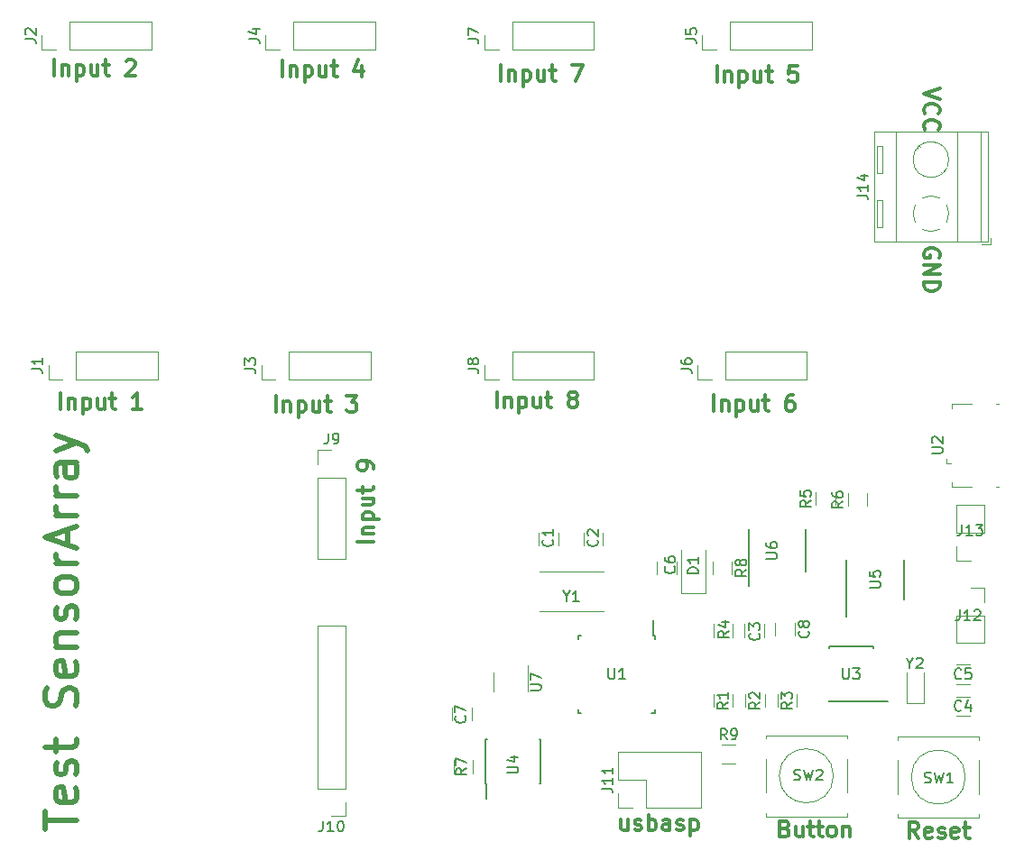
<source format=gbr>
G04 #@! TF.GenerationSoftware,KiCad,Pcbnew,(5.0.1)-4*
G04 #@! TF.CreationDate,2019-10-16T14:09:11+02:00*
G04 #@! TF.ProjectId,Pcb_Sensor_test,5063625F53656E736F725F746573742E,rev?*
G04 #@! TF.SameCoordinates,Original*
G04 #@! TF.FileFunction,Legend,Top*
G04 #@! TF.FilePolarity,Positive*
%FSLAX46Y46*%
G04 Gerber Fmt 4.6, Leading zero omitted, Abs format (unit mm)*
G04 Created by KiCad (PCBNEW (5.0.1)-4) date 16/10/2019 14:09:11*
%MOMM*%
%LPD*%
G01*
G04 APERTURE LIST*
%ADD10C,0.300000*%
%ADD11C,0.500000*%
%ADD12C,0.120000*%
%ADD13C,0.150000*%
G04 APERTURE END LIST*
D10*
X126178571Y-100550000D02*
X124678571Y-100550000D01*
X125178571Y-99835714D02*
X126178571Y-99835714D01*
X125321428Y-99835714D02*
X125250000Y-99764285D01*
X125178571Y-99621428D01*
X125178571Y-99407142D01*
X125250000Y-99264285D01*
X125392857Y-99192857D01*
X126178571Y-99192857D01*
X125178571Y-98478571D02*
X126678571Y-98478571D01*
X125250000Y-98478571D02*
X125178571Y-98335714D01*
X125178571Y-98050000D01*
X125250000Y-97907142D01*
X125321428Y-97835714D01*
X125464285Y-97764285D01*
X125892857Y-97764285D01*
X126035714Y-97835714D01*
X126107142Y-97907142D01*
X126178571Y-98050000D01*
X126178571Y-98335714D01*
X126107142Y-98478571D01*
X125178571Y-96478571D02*
X126178571Y-96478571D01*
X125178571Y-97121428D02*
X125964285Y-97121428D01*
X126107142Y-97050000D01*
X126178571Y-96907142D01*
X126178571Y-96692857D01*
X126107142Y-96550000D01*
X126035714Y-96478571D01*
X125178571Y-95978571D02*
X125178571Y-95407142D01*
X124678571Y-95764285D02*
X125964285Y-95764285D01*
X126107142Y-95692857D01*
X126178571Y-95550000D01*
X126178571Y-95407142D01*
X126178571Y-93692857D02*
X126178571Y-93407142D01*
X126107142Y-93264285D01*
X126035714Y-93192857D01*
X125821428Y-93050000D01*
X125535714Y-92978571D01*
X124964285Y-92978571D01*
X124821428Y-93050000D01*
X124750000Y-93121428D01*
X124678571Y-93264285D01*
X124678571Y-93550000D01*
X124750000Y-93692857D01*
X124821428Y-93764285D01*
X124964285Y-93835714D01*
X125321428Y-93835714D01*
X125464285Y-93764285D01*
X125535714Y-93692857D01*
X125607142Y-93550000D01*
X125607142Y-93264285D01*
X125535714Y-93121428D01*
X125464285Y-93050000D01*
X125321428Y-92978571D01*
X96250000Y-56778571D02*
X96250000Y-55278571D01*
X96964285Y-55778571D02*
X96964285Y-56778571D01*
X96964285Y-55921428D02*
X97035714Y-55850000D01*
X97178571Y-55778571D01*
X97392857Y-55778571D01*
X97535714Y-55850000D01*
X97607142Y-55992857D01*
X97607142Y-56778571D01*
X98321428Y-55778571D02*
X98321428Y-57278571D01*
X98321428Y-55850000D02*
X98464285Y-55778571D01*
X98750000Y-55778571D01*
X98892857Y-55850000D01*
X98964285Y-55921428D01*
X99035714Y-56064285D01*
X99035714Y-56492857D01*
X98964285Y-56635714D01*
X98892857Y-56707142D01*
X98750000Y-56778571D01*
X98464285Y-56778571D01*
X98321428Y-56707142D01*
X100321428Y-55778571D02*
X100321428Y-56778571D01*
X99678571Y-55778571D02*
X99678571Y-56564285D01*
X99750000Y-56707142D01*
X99892857Y-56778571D01*
X100107142Y-56778571D01*
X100250000Y-56707142D01*
X100321428Y-56635714D01*
X100821428Y-55778571D02*
X101392857Y-55778571D01*
X101035714Y-55278571D02*
X101035714Y-56564285D01*
X101107142Y-56707142D01*
X101250000Y-56778571D01*
X101392857Y-56778571D01*
X102964285Y-55421428D02*
X103035714Y-55350000D01*
X103178571Y-55278571D01*
X103535714Y-55278571D01*
X103678571Y-55350000D01*
X103750000Y-55421428D01*
X103821428Y-55564285D01*
X103821428Y-55707142D01*
X103750000Y-55921428D01*
X102892857Y-56778571D01*
X103821428Y-56778571D01*
X96850000Y-88078571D02*
X96850000Y-86578571D01*
X97564285Y-87078571D02*
X97564285Y-88078571D01*
X97564285Y-87221428D02*
X97635714Y-87150000D01*
X97778571Y-87078571D01*
X97992857Y-87078571D01*
X98135714Y-87150000D01*
X98207142Y-87292857D01*
X98207142Y-88078571D01*
X98921428Y-87078571D02*
X98921428Y-88578571D01*
X98921428Y-87150000D02*
X99064285Y-87078571D01*
X99350000Y-87078571D01*
X99492857Y-87150000D01*
X99564285Y-87221428D01*
X99635714Y-87364285D01*
X99635714Y-87792857D01*
X99564285Y-87935714D01*
X99492857Y-88007142D01*
X99350000Y-88078571D01*
X99064285Y-88078571D01*
X98921428Y-88007142D01*
X100921428Y-87078571D02*
X100921428Y-88078571D01*
X100278571Y-87078571D02*
X100278571Y-87864285D01*
X100350000Y-88007142D01*
X100492857Y-88078571D01*
X100707142Y-88078571D01*
X100850000Y-88007142D01*
X100921428Y-87935714D01*
X101421428Y-87078571D02*
X101992857Y-87078571D01*
X101635714Y-86578571D02*
X101635714Y-87864285D01*
X101707142Y-88007142D01*
X101850000Y-88078571D01*
X101992857Y-88078571D01*
X104421428Y-88078571D02*
X103564285Y-88078571D01*
X103992857Y-88078571D02*
X103992857Y-86578571D01*
X103850000Y-86792857D01*
X103707142Y-86935714D01*
X103564285Y-87007142D01*
X117050000Y-88378571D02*
X117050000Y-86878571D01*
X117764285Y-87378571D02*
X117764285Y-88378571D01*
X117764285Y-87521428D02*
X117835714Y-87450000D01*
X117978571Y-87378571D01*
X118192857Y-87378571D01*
X118335714Y-87450000D01*
X118407142Y-87592857D01*
X118407142Y-88378571D01*
X119121428Y-87378571D02*
X119121428Y-88878571D01*
X119121428Y-87450000D02*
X119264285Y-87378571D01*
X119550000Y-87378571D01*
X119692857Y-87450000D01*
X119764285Y-87521428D01*
X119835714Y-87664285D01*
X119835714Y-88092857D01*
X119764285Y-88235714D01*
X119692857Y-88307142D01*
X119550000Y-88378571D01*
X119264285Y-88378571D01*
X119121428Y-88307142D01*
X121121428Y-87378571D02*
X121121428Y-88378571D01*
X120478571Y-87378571D02*
X120478571Y-88164285D01*
X120550000Y-88307142D01*
X120692857Y-88378571D01*
X120907142Y-88378571D01*
X121050000Y-88307142D01*
X121121428Y-88235714D01*
X121621428Y-87378571D02*
X122192857Y-87378571D01*
X121835714Y-86878571D02*
X121835714Y-88164285D01*
X121907142Y-88307142D01*
X122050000Y-88378571D01*
X122192857Y-88378571D01*
X123692857Y-86878571D02*
X124621428Y-86878571D01*
X124121428Y-87450000D01*
X124335714Y-87450000D01*
X124478571Y-87521428D01*
X124550000Y-87592857D01*
X124621428Y-87735714D01*
X124621428Y-88092857D01*
X124550000Y-88235714D01*
X124478571Y-88307142D01*
X124335714Y-88378571D01*
X123907142Y-88378571D01*
X123764285Y-88307142D01*
X123692857Y-88235714D01*
X117650000Y-56878571D02*
X117650000Y-55378571D01*
X118364285Y-55878571D02*
X118364285Y-56878571D01*
X118364285Y-56021428D02*
X118435714Y-55950000D01*
X118578571Y-55878571D01*
X118792857Y-55878571D01*
X118935714Y-55950000D01*
X119007142Y-56092857D01*
X119007142Y-56878571D01*
X119721428Y-55878571D02*
X119721428Y-57378571D01*
X119721428Y-55950000D02*
X119864285Y-55878571D01*
X120150000Y-55878571D01*
X120292857Y-55950000D01*
X120364285Y-56021428D01*
X120435714Y-56164285D01*
X120435714Y-56592857D01*
X120364285Y-56735714D01*
X120292857Y-56807142D01*
X120150000Y-56878571D01*
X119864285Y-56878571D01*
X119721428Y-56807142D01*
X121721428Y-55878571D02*
X121721428Y-56878571D01*
X121078571Y-55878571D02*
X121078571Y-56664285D01*
X121150000Y-56807142D01*
X121292857Y-56878571D01*
X121507142Y-56878571D01*
X121650000Y-56807142D01*
X121721428Y-56735714D01*
X122221428Y-55878571D02*
X122792857Y-55878571D01*
X122435714Y-55378571D02*
X122435714Y-56664285D01*
X122507142Y-56807142D01*
X122650000Y-56878571D01*
X122792857Y-56878571D01*
X125078571Y-55878571D02*
X125078571Y-56878571D01*
X124721428Y-55307142D02*
X124364285Y-56378571D01*
X125292857Y-56378571D01*
X138150000Y-57278571D02*
X138150000Y-55778571D01*
X138864285Y-56278571D02*
X138864285Y-57278571D01*
X138864285Y-56421428D02*
X138935714Y-56350000D01*
X139078571Y-56278571D01*
X139292857Y-56278571D01*
X139435714Y-56350000D01*
X139507142Y-56492857D01*
X139507142Y-57278571D01*
X140221428Y-56278571D02*
X140221428Y-57778571D01*
X140221428Y-56350000D02*
X140364285Y-56278571D01*
X140650000Y-56278571D01*
X140792857Y-56350000D01*
X140864285Y-56421428D01*
X140935714Y-56564285D01*
X140935714Y-56992857D01*
X140864285Y-57135714D01*
X140792857Y-57207142D01*
X140650000Y-57278571D01*
X140364285Y-57278571D01*
X140221428Y-57207142D01*
X142221428Y-56278571D02*
X142221428Y-57278571D01*
X141578571Y-56278571D02*
X141578571Y-57064285D01*
X141650000Y-57207142D01*
X141792857Y-57278571D01*
X142007142Y-57278571D01*
X142150000Y-57207142D01*
X142221428Y-57135714D01*
X142721428Y-56278571D02*
X143292857Y-56278571D01*
X142935714Y-55778571D02*
X142935714Y-57064285D01*
X143007142Y-57207142D01*
X143150000Y-57278571D01*
X143292857Y-57278571D01*
X144792857Y-55778571D02*
X145792857Y-55778571D01*
X145150000Y-57278571D01*
X137750000Y-87978571D02*
X137750000Y-86478571D01*
X138464285Y-86978571D02*
X138464285Y-87978571D01*
X138464285Y-87121428D02*
X138535714Y-87050000D01*
X138678571Y-86978571D01*
X138892857Y-86978571D01*
X139035714Y-87050000D01*
X139107142Y-87192857D01*
X139107142Y-87978571D01*
X139821428Y-86978571D02*
X139821428Y-88478571D01*
X139821428Y-87050000D02*
X139964285Y-86978571D01*
X140250000Y-86978571D01*
X140392857Y-87050000D01*
X140464285Y-87121428D01*
X140535714Y-87264285D01*
X140535714Y-87692857D01*
X140464285Y-87835714D01*
X140392857Y-87907142D01*
X140250000Y-87978571D01*
X139964285Y-87978571D01*
X139821428Y-87907142D01*
X141821428Y-86978571D02*
X141821428Y-87978571D01*
X141178571Y-86978571D02*
X141178571Y-87764285D01*
X141250000Y-87907142D01*
X141392857Y-87978571D01*
X141607142Y-87978571D01*
X141750000Y-87907142D01*
X141821428Y-87835714D01*
X142321428Y-86978571D02*
X142892857Y-86978571D01*
X142535714Y-86478571D02*
X142535714Y-87764285D01*
X142607142Y-87907142D01*
X142750000Y-87978571D01*
X142892857Y-87978571D01*
X144750000Y-87121428D02*
X144607142Y-87050000D01*
X144535714Y-86978571D01*
X144464285Y-86835714D01*
X144464285Y-86764285D01*
X144535714Y-86621428D01*
X144607142Y-86550000D01*
X144750000Y-86478571D01*
X145035714Y-86478571D01*
X145178571Y-86550000D01*
X145250000Y-86621428D01*
X145321428Y-86764285D01*
X145321428Y-86835714D01*
X145250000Y-86978571D01*
X145178571Y-87050000D01*
X145035714Y-87121428D01*
X144750000Y-87121428D01*
X144607142Y-87192857D01*
X144535714Y-87264285D01*
X144464285Y-87407142D01*
X144464285Y-87692857D01*
X144535714Y-87835714D01*
X144607142Y-87907142D01*
X144750000Y-87978571D01*
X145035714Y-87978571D01*
X145178571Y-87907142D01*
X145250000Y-87835714D01*
X145321428Y-87692857D01*
X145321428Y-87407142D01*
X145250000Y-87264285D01*
X145178571Y-87192857D01*
X145035714Y-87121428D01*
X158150000Y-88278571D02*
X158150000Y-86778571D01*
X158864285Y-87278571D02*
X158864285Y-88278571D01*
X158864285Y-87421428D02*
X158935714Y-87350000D01*
X159078571Y-87278571D01*
X159292857Y-87278571D01*
X159435714Y-87350000D01*
X159507142Y-87492857D01*
X159507142Y-88278571D01*
X160221428Y-87278571D02*
X160221428Y-88778571D01*
X160221428Y-87350000D02*
X160364285Y-87278571D01*
X160650000Y-87278571D01*
X160792857Y-87350000D01*
X160864285Y-87421428D01*
X160935714Y-87564285D01*
X160935714Y-87992857D01*
X160864285Y-88135714D01*
X160792857Y-88207142D01*
X160650000Y-88278571D01*
X160364285Y-88278571D01*
X160221428Y-88207142D01*
X162221428Y-87278571D02*
X162221428Y-88278571D01*
X161578571Y-87278571D02*
X161578571Y-88064285D01*
X161650000Y-88207142D01*
X161792857Y-88278571D01*
X162007142Y-88278571D01*
X162150000Y-88207142D01*
X162221428Y-88135714D01*
X162721428Y-87278571D02*
X163292857Y-87278571D01*
X162935714Y-86778571D02*
X162935714Y-88064285D01*
X163007142Y-88207142D01*
X163150000Y-88278571D01*
X163292857Y-88278571D01*
X165578571Y-86778571D02*
X165292857Y-86778571D01*
X165150000Y-86850000D01*
X165078571Y-86921428D01*
X164935714Y-87135714D01*
X164864285Y-87421428D01*
X164864285Y-87992857D01*
X164935714Y-88135714D01*
X165007142Y-88207142D01*
X165150000Y-88278571D01*
X165435714Y-88278571D01*
X165578571Y-88207142D01*
X165650000Y-88135714D01*
X165721428Y-87992857D01*
X165721428Y-87635714D01*
X165650000Y-87492857D01*
X165578571Y-87421428D01*
X165435714Y-87350000D01*
X165150000Y-87350000D01*
X165007142Y-87421428D01*
X164935714Y-87492857D01*
X164864285Y-87635714D01*
X158450000Y-57378571D02*
X158450000Y-55878571D01*
X159164285Y-56378571D02*
X159164285Y-57378571D01*
X159164285Y-56521428D02*
X159235714Y-56450000D01*
X159378571Y-56378571D01*
X159592857Y-56378571D01*
X159735714Y-56450000D01*
X159807142Y-56592857D01*
X159807142Y-57378571D01*
X160521428Y-56378571D02*
X160521428Y-57878571D01*
X160521428Y-56450000D02*
X160664285Y-56378571D01*
X160950000Y-56378571D01*
X161092857Y-56450000D01*
X161164285Y-56521428D01*
X161235714Y-56664285D01*
X161235714Y-57092857D01*
X161164285Y-57235714D01*
X161092857Y-57307142D01*
X160950000Y-57378571D01*
X160664285Y-57378571D01*
X160521428Y-57307142D01*
X162521428Y-56378571D02*
X162521428Y-57378571D01*
X161878571Y-56378571D02*
X161878571Y-57164285D01*
X161950000Y-57307142D01*
X162092857Y-57378571D01*
X162307142Y-57378571D01*
X162450000Y-57307142D01*
X162521428Y-57235714D01*
X163021428Y-56378571D02*
X163592857Y-56378571D01*
X163235714Y-55878571D02*
X163235714Y-57164285D01*
X163307142Y-57307142D01*
X163450000Y-57378571D01*
X163592857Y-57378571D01*
X165950000Y-55878571D02*
X165235714Y-55878571D01*
X165164285Y-56592857D01*
X165235714Y-56521428D01*
X165378571Y-56450000D01*
X165735714Y-56450000D01*
X165878571Y-56521428D01*
X165950000Y-56592857D01*
X166021428Y-56735714D01*
X166021428Y-57092857D01*
X165950000Y-57235714D01*
X165878571Y-57307142D01*
X165735714Y-57378571D01*
X165378571Y-57378571D01*
X165235714Y-57307142D01*
X165164285Y-57235714D01*
X179321428Y-58000000D02*
X177821428Y-58500000D01*
X179321428Y-59000000D01*
X177964285Y-60357142D02*
X177892857Y-60285714D01*
X177821428Y-60071428D01*
X177821428Y-59928571D01*
X177892857Y-59714285D01*
X178035714Y-59571428D01*
X178178571Y-59500000D01*
X178464285Y-59428571D01*
X178678571Y-59428571D01*
X178964285Y-59500000D01*
X179107142Y-59571428D01*
X179250000Y-59714285D01*
X179321428Y-59928571D01*
X179321428Y-60071428D01*
X179250000Y-60285714D01*
X179178571Y-60357142D01*
X177964285Y-61857142D02*
X177892857Y-61785714D01*
X177821428Y-61571428D01*
X177821428Y-61428571D01*
X177892857Y-61214285D01*
X178035714Y-61071428D01*
X178178571Y-61000000D01*
X178464285Y-60928571D01*
X178678571Y-60928571D01*
X178964285Y-61000000D01*
X179107142Y-61071428D01*
X179250000Y-61214285D01*
X179321428Y-61428571D01*
X179321428Y-61571428D01*
X179250000Y-61785714D01*
X179178571Y-61857142D01*
X179250000Y-73857142D02*
X179321428Y-73714285D01*
X179321428Y-73500000D01*
X179250000Y-73285714D01*
X179107142Y-73142857D01*
X178964285Y-73071428D01*
X178678571Y-73000000D01*
X178464285Y-73000000D01*
X178178571Y-73071428D01*
X178035714Y-73142857D01*
X177892857Y-73285714D01*
X177821428Y-73500000D01*
X177821428Y-73642857D01*
X177892857Y-73857142D01*
X177964285Y-73928571D01*
X178464285Y-73928571D01*
X178464285Y-73642857D01*
X177821428Y-74571428D02*
X179321428Y-74571428D01*
X177821428Y-75428571D01*
X179321428Y-75428571D01*
X177821428Y-76142857D02*
X179321428Y-76142857D01*
X179321428Y-76500000D01*
X179250000Y-76714285D01*
X179107142Y-76857142D01*
X178964285Y-76928571D01*
X178678571Y-77000000D01*
X178464285Y-77000000D01*
X178178571Y-76928571D01*
X178035714Y-76857142D01*
X177892857Y-76714285D01*
X177821428Y-76500000D01*
X177821428Y-76142857D01*
X164814285Y-127492857D02*
X165028571Y-127564285D01*
X165100000Y-127635714D01*
X165171428Y-127778571D01*
X165171428Y-127992857D01*
X165100000Y-128135714D01*
X165028571Y-128207142D01*
X164885714Y-128278571D01*
X164314285Y-128278571D01*
X164314285Y-126778571D01*
X164814285Y-126778571D01*
X164957142Y-126850000D01*
X165028571Y-126921428D01*
X165100000Y-127064285D01*
X165100000Y-127207142D01*
X165028571Y-127350000D01*
X164957142Y-127421428D01*
X164814285Y-127492857D01*
X164314285Y-127492857D01*
X166457142Y-127278571D02*
X166457142Y-128278571D01*
X165814285Y-127278571D02*
X165814285Y-128064285D01*
X165885714Y-128207142D01*
X166028571Y-128278571D01*
X166242857Y-128278571D01*
X166385714Y-128207142D01*
X166457142Y-128135714D01*
X166957142Y-127278571D02*
X167528571Y-127278571D01*
X167171428Y-126778571D02*
X167171428Y-128064285D01*
X167242857Y-128207142D01*
X167385714Y-128278571D01*
X167528571Y-128278571D01*
X167814285Y-127278571D02*
X168385714Y-127278571D01*
X168028571Y-126778571D02*
X168028571Y-128064285D01*
X168100000Y-128207142D01*
X168242857Y-128278571D01*
X168385714Y-128278571D01*
X169100000Y-128278571D02*
X168957142Y-128207142D01*
X168885714Y-128135714D01*
X168814285Y-127992857D01*
X168814285Y-127564285D01*
X168885714Y-127421428D01*
X168957142Y-127350000D01*
X169100000Y-127278571D01*
X169314285Y-127278571D01*
X169457142Y-127350000D01*
X169528571Y-127421428D01*
X169600000Y-127564285D01*
X169600000Y-127992857D01*
X169528571Y-128135714D01*
X169457142Y-128207142D01*
X169314285Y-128278571D01*
X169100000Y-128278571D01*
X170242857Y-127278571D02*
X170242857Y-128278571D01*
X170242857Y-127421428D02*
X170314285Y-127350000D01*
X170457142Y-127278571D01*
X170671428Y-127278571D01*
X170814285Y-127350000D01*
X170885714Y-127492857D01*
X170885714Y-128278571D01*
X177342857Y-128378571D02*
X176842857Y-127664285D01*
X176485714Y-128378571D02*
X176485714Y-126878571D01*
X177057142Y-126878571D01*
X177200000Y-126950000D01*
X177271428Y-127021428D01*
X177342857Y-127164285D01*
X177342857Y-127378571D01*
X177271428Y-127521428D01*
X177200000Y-127592857D01*
X177057142Y-127664285D01*
X176485714Y-127664285D01*
X178557142Y-128307142D02*
X178414285Y-128378571D01*
X178128571Y-128378571D01*
X177985714Y-128307142D01*
X177914285Y-128164285D01*
X177914285Y-127592857D01*
X177985714Y-127450000D01*
X178128571Y-127378571D01*
X178414285Y-127378571D01*
X178557142Y-127450000D01*
X178628571Y-127592857D01*
X178628571Y-127735714D01*
X177914285Y-127878571D01*
X179200000Y-128307142D02*
X179342857Y-128378571D01*
X179628571Y-128378571D01*
X179771428Y-128307142D01*
X179842857Y-128164285D01*
X179842857Y-128092857D01*
X179771428Y-127950000D01*
X179628571Y-127878571D01*
X179414285Y-127878571D01*
X179271428Y-127807142D01*
X179200000Y-127664285D01*
X179200000Y-127592857D01*
X179271428Y-127450000D01*
X179414285Y-127378571D01*
X179628571Y-127378571D01*
X179771428Y-127450000D01*
X181057142Y-128307142D02*
X180914285Y-128378571D01*
X180628571Y-128378571D01*
X180485714Y-128307142D01*
X180414285Y-128164285D01*
X180414285Y-127592857D01*
X180485714Y-127450000D01*
X180628571Y-127378571D01*
X180914285Y-127378571D01*
X181057142Y-127450000D01*
X181128571Y-127592857D01*
X181128571Y-127735714D01*
X180414285Y-127878571D01*
X181557142Y-127378571D02*
X182128571Y-127378571D01*
X181771428Y-126878571D02*
X181771428Y-128164285D01*
X181842857Y-128307142D01*
X181985714Y-128378571D01*
X182128571Y-128378571D01*
X150071428Y-126678571D02*
X150071428Y-127678571D01*
X149428571Y-126678571D02*
X149428571Y-127464285D01*
X149500000Y-127607142D01*
X149642857Y-127678571D01*
X149857142Y-127678571D01*
X150000000Y-127607142D01*
X150071428Y-127535714D01*
X150714285Y-127607142D02*
X150857142Y-127678571D01*
X151142857Y-127678571D01*
X151285714Y-127607142D01*
X151357142Y-127464285D01*
X151357142Y-127392857D01*
X151285714Y-127250000D01*
X151142857Y-127178571D01*
X150928571Y-127178571D01*
X150785714Y-127107142D01*
X150714285Y-126964285D01*
X150714285Y-126892857D01*
X150785714Y-126750000D01*
X150928571Y-126678571D01*
X151142857Y-126678571D01*
X151285714Y-126750000D01*
X152000000Y-127678571D02*
X152000000Y-126178571D01*
X152000000Y-126750000D02*
X152142857Y-126678571D01*
X152428571Y-126678571D01*
X152571428Y-126750000D01*
X152642857Y-126821428D01*
X152714285Y-126964285D01*
X152714285Y-127392857D01*
X152642857Y-127535714D01*
X152571428Y-127607142D01*
X152428571Y-127678571D01*
X152142857Y-127678571D01*
X152000000Y-127607142D01*
X154000000Y-127678571D02*
X154000000Y-126892857D01*
X153928571Y-126750000D01*
X153785714Y-126678571D01*
X153500000Y-126678571D01*
X153357142Y-126750000D01*
X154000000Y-127607142D02*
X153857142Y-127678571D01*
X153500000Y-127678571D01*
X153357142Y-127607142D01*
X153285714Y-127464285D01*
X153285714Y-127321428D01*
X153357142Y-127178571D01*
X153500000Y-127107142D01*
X153857142Y-127107142D01*
X154000000Y-127035714D01*
X154642857Y-127607142D02*
X154785714Y-127678571D01*
X155071428Y-127678571D01*
X155214285Y-127607142D01*
X155285714Y-127464285D01*
X155285714Y-127392857D01*
X155214285Y-127250000D01*
X155071428Y-127178571D01*
X154857142Y-127178571D01*
X154714285Y-127107142D01*
X154642857Y-126964285D01*
X154642857Y-126892857D01*
X154714285Y-126750000D01*
X154857142Y-126678571D01*
X155071428Y-126678571D01*
X155214285Y-126750000D01*
X155928571Y-126678571D02*
X155928571Y-128178571D01*
X155928571Y-126750000D02*
X156071428Y-126678571D01*
X156357142Y-126678571D01*
X156500000Y-126750000D01*
X156571428Y-126821428D01*
X156642857Y-126964285D01*
X156642857Y-127392857D01*
X156571428Y-127535714D01*
X156500000Y-127607142D01*
X156357142Y-127678571D01*
X156071428Y-127678571D01*
X155928571Y-127607142D01*
D11*
X95357142Y-127571428D02*
X95357142Y-125857142D01*
X98357142Y-126714285D02*
X95357142Y-126714285D01*
X98214285Y-123714285D02*
X98357142Y-124000000D01*
X98357142Y-124571428D01*
X98214285Y-124857142D01*
X97928571Y-125000000D01*
X96785714Y-125000000D01*
X96500000Y-124857142D01*
X96357142Y-124571428D01*
X96357142Y-124000000D01*
X96500000Y-123714285D01*
X96785714Y-123571428D01*
X97071428Y-123571428D01*
X97357142Y-125000000D01*
X98214285Y-122428571D02*
X98357142Y-122142857D01*
X98357142Y-121571428D01*
X98214285Y-121285714D01*
X97928571Y-121142857D01*
X97785714Y-121142857D01*
X97500000Y-121285714D01*
X97357142Y-121571428D01*
X97357142Y-122000000D01*
X97214285Y-122285714D01*
X96928571Y-122428571D01*
X96785714Y-122428571D01*
X96500000Y-122285714D01*
X96357142Y-122000000D01*
X96357142Y-121571428D01*
X96500000Y-121285714D01*
X96357142Y-120285714D02*
X96357142Y-119142857D01*
X95357142Y-119857142D02*
X97928571Y-119857142D01*
X98214285Y-119714285D01*
X98357142Y-119428571D01*
X98357142Y-119142857D01*
X98214285Y-116000000D02*
X98357142Y-115571428D01*
X98357142Y-114857142D01*
X98214285Y-114571428D01*
X98071428Y-114428571D01*
X97785714Y-114285714D01*
X97500000Y-114285714D01*
X97214285Y-114428571D01*
X97071428Y-114571428D01*
X96928571Y-114857142D01*
X96785714Y-115428571D01*
X96642857Y-115714285D01*
X96500000Y-115857142D01*
X96214285Y-116000000D01*
X95928571Y-116000000D01*
X95642857Y-115857142D01*
X95500000Y-115714285D01*
X95357142Y-115428571D01*
X95357142Y-114714285D01*
X95500000Y-114285714D01*
X98214285Y-111857142D02*
X98357142Y-112142857D01*
X98357142Y-112714285D01*
X98214285Y-113000000D01*
X97928571Y-113142857D01*
X96785714Y-113142857D01*
X96500000Y-113000000D01*
X96357142Y-112714285D01*
X96357142Y-112142857D01*
X96500000Y-111857142D01*
X96785714Y-111714285D01*
X97071428Y-111714285D01*
X97357142Y-113142857D01*
X96357142Y-110428571D02*
X98357142Y-110428571D01*
X96642857Y-110428571D02*
X96500000Y-110285714D01*
X96357142Y-110000000D01*
X96357142Y-109571428D01*
X96500000Y-109285714D01*
X96785714Y-109142857D01*
X98357142Y-109142857D01*
X98214285Y-107857142D02*
X98357142Y-107571428D01*
X98357142Y-107000000D01*
X98214285Y-106714285D01*
X97928571Y-106571428D01*
X97785714Y-106571428D01*
X97500000Y-106714285D01*
X97357142Y-107000000D01*
X97357142Y-107428571D01*
X97214285Y-107714285D01*
X96928571Y-107857142D01*
X96785714Y-107857142D01*
X96500000Y-107714285D01*
X96357142Y-107428571D01*
X96357142Y-107000000D01*
X96500000Y-106714285D01*
X98357142Y-104857142D02*
X98214285Y-105142857D01*
X98071428Y-105285714D01*
X97785714Y-105428571D01*
X96928571Y-105428571D01*
X96642857Y-105285714D01*
X96500000Y-105142857D01*
X96357142Y-104857142D01*
X96357142Y-104428571D01*
X96500000Y-104142857D01*
X96642857Y-104000000D01*
X96928571Y-103857142D01*
X97785714Y-103857142D01*
X98071428Y-104000000D01*
X98214285Y-104142857D01*
X98357142Y-104428571D01*
X98357142Y-104857142D01*
X98357142Y-102571428D02*
X96357142Y-102571428D01*
X96928571Y-102571428D02*
X96642857Y-102428571D01*
X96500000Y-102285714D01*
X96357142Y-102000000D01*
X96357142Y-101714285D01*
X97500000Y-100857142D02*
X97500000Y-99428571D01*
X98357142Y-101142857D02*
X95357142Y-100142857D01*
X98357142Y-99142857D01*
X98357142Y-98142857D02*
X96357142Y-98142857D01*
X96928571Y-98142857D02*
X96642857Y-98000000D01*
X96500000Y-97857142D01*
X96357142Y-97571428D01*
X96357142Y-97285714D01*
X98357142Y-96285714D02*
X96357142Y-96285714D01*
X96928571Y-96285714D02*
X96642857Y-96142857D01*
X96500000Y-96000000D01*
X96357142Y-95714285D01*
X96357142Y-95428571D01*
X98357142Y-93142857D02*
X96785714Y-93142857D01*
X96500000Y-93285714D01*
X96357142Y-93571428D01*
X96357142Y-94142857D01*
X96500000Y-94428571D01*
X98214285Y-93142857D02*
X98357142Y-93428571D01*
X98357142Y-94142857D01*
X98214285Y-94428571D01*
X97928571Y-94571428D01*
X97642857Y-94571428D01*
X97357142Y-94428571D01*
X97214285Y-94142857D01*
X97214285Y-93428571D01*
X97071428Y-93142857D01*
X96357142Y-92000000D02*
X98357142Y-91285714D01*
X96357142Y-90571428D02*
X98357142Y-91285714D01*
X99071428Y-91571428D01*
X99214285Y-91714285D01*
X99357142Y-92000000D01*
D12*
G04 #@! TO.C,C1*
X143510000Y-99710436D02*
X143510000Y-100914564D01*
X141690000Y-99710436D02*
X141690000Y-100914564D01*
G04 #@! TO.C,C2*
X145890000Y-99710436D02*
X145890000Y-100914564D01*
X147710000Y-99710436D02*
X147710000Y-100914564D01*
G04 #@! TO.C,C3*
X160990000Y-108310436D02*
X160990000Y-109514564D01*
X162810000Y-108310436D02*
X162810000Y-109514564D01*
G04 #@! TO.C,C4*
X182114564Y-115090000D02*
X180910436Y-115090000D01*
X182114564Y-116910000D02*
X180910436Y-116910000D01*
G04 #@! TO.C,C5*
X182114564Y-113910000D02*
X180910436Y-113910000D01*
X182114564Y-112090000D02*
X180910436Y-112090000D01*
G04 #@! TO.C,C6*
X154610000Y-102385436D02*
X154610000Y-103589564D01*
X152790000Y-102385436D02*
X152790000Y-103589564D01*
G04 #@! TO.C,C7*
X133590000Y-117314564D02*
X133590000Y-116110436D01*
X135410000Y-117314564D02*
X135410000Y-116110436D01*
G04 #@! TO.C,C8*
X163890000Y-108185436D02*
X163890000Y-109389564D01*
X165710000Y-108185436D02*
X165710000Y-109389564D01*
G04 #@! TO.C,D1*
X155065000Y-101312500D02*
X155065000Y-105372500D01*
X155065000Y-105372500D02*
X157335000Y-105372500D01*
X157335000Y-105372500D02*
X157335000Y-101312500D01*
G04 #@! TO.C,J1*
X105950000Y-85330000D02*
X105950000Y-82670000D01*
X98270000Y-85330000D02*
X105950000Y-85330000D01*
X98270000Y-82670000D02*
X105950000Y-82670000D01*
X98270000Y-85330000D02*
X98270000Y-82670000D01*
X97000000Y-85330000D02*
X95670000Y-85330000D01*
X95670000Y-85330000D02*
X95670000Y-84000000D01*
G04 #@! TO.C,J2*
X95050000Y-54330000D02*
X95050000Y-53000000D01*
X96380000Y-54330000D02*
X95050000Y-54330000D01*
X97650000Y-54330000D02*
X97650000Y-51670000D01*
X97650000Y-51670000D02*
X105330000Y-51670000D01*
X97650000Y-54330000D02*
X105330000Y-54330000D01*
X105330000Y-54330000D02*
X105330000Y-51670000D01*
G04 #@! TO.C,J3*
X125950000Y-85330000D02*
X125950000Y-82670000D01*
X118270000Y-85330000D02*
X125950000Y-85330000D01*
X118270000Y-82670000D02*
X125950000Y-82670000D01*
X118270000Y-85330000D02*
X118270000Y-82670000D01*
X117000000Y-85330000D02*
X115670000Y-85330000D01*
X115670000Y-85330000D02*
X115670000Y-84000000D01*
G04 #@! TO.C,J4*
X126330000Y-54330000D02*
X126330000Y-51670000D01*
X118650000Y-54330000D02*
X126330000Y-54330000D01*
X118650000Y-51670000D02*
X126330000Y-51670000D01*
X118650000Y-54330000D02*
X118650000Y-51670000D01*
X117380000Y-54330000D02*
X116050000Y-54330000D01*
X116050000Y-54330000D02*
X116050000Y-53000000D01*
G04 #@! TO.C,J5*
X157050000Y-54330000D02*
X157050000Y-53000000D01*
X158380000Y-54330000D02*
X157050000Y-54330000D01*
X159650000Y-54330000D02*
X159650000Y-51670000D01*
X159650000Y-51670000D02*
X167330000Y-51670000D01*
X159650000Y-54330000D02*
X167330000Y-54330000D01*
X167330000Y-54330000D02*
X167330000Y-51670000D01*
G04 #@! TO.C,J6*
X156590000Y-85330000D02*
X156590000Y-84000000D01*
X157920000Y-85330000D02*
X156590000Y-85330000D01*
X159190000Y-85330000D02*
X159190000Y-82670000D01*
X159190000Y-82670000D02*
X166870000Y-82670000D01*
X159190000Y-85330000D02*
X166870000Y-85330000D01*
X166870000Y-85330000D02*
X166870000Y-82670000D01*
G04 #@! TO.C,J7*
X146870000Y-54330000D02*
X146870000Y-51670000D01*
X139190000Y-54330000D02*
X146870000Y-54330000D01*
X139190000Y-51670000D02*
X146870000Y-51670000D01*
X139190000Y-54330000D02*
X139190000Y-51670000D01*
X137920000Y-54330000D02*
X136590000Y-54330000D01*
X136590000Y-54330000D02*
X136590000Y-53000000D01*
G04 #@! TO.C,J8*
X136590000Y-85330000D02*
X136590000Y-84000000D01*
X137920000Y-85330000D02*
X136590000Y-85330000D01*
X139190000Y-85330000D02*
X139190000Y-82670000D01*
X139190000Y-82670000D02*
X146870000Y-82670000D01*
X139190000Y-85330000D02*
X146870000Y-85330000D01*
X146870000Y-85330000D02*
X146870000Y-82670000D01*
G04 #@! TO.C,J9*
X120920000Y-102200000D02*
X123580000Y-102200000D01*
X120920000Y-94520000D02*
X120920000Y-102200000D01*
X123580000Y-94520000D02*
X123580000Y-102200000D01*
X120920000Y-94520000D02*
X123580000Y-94520000D01*
X120920000Y-93250000D02*
X120920000Y-91920000D01*
X120920000Y-91920000D02*
X122250000Y-91920000D01*
G04 #@! TO.C,J10*
X123580000Y-108430000D02*
X120920000Y-108430000D01*
X123580000Y-123730000D02*
X123580000Y-108430000D01*
X120920000Y-123730000D02*
X120920000Y-108430000D01*
X123580000Y-123730000D02*
X120920000Y-123730000D01*
X123580000Y-125000000D02*
X123580000Y-126330000D01*
X123580000Y-126330000D02*
X122250000Y-126330000D01*
G04 #@! TO.C,J11*
X156910000Y-125530000D02*
X156910000Y-120330000D01*
X151770000Y-125530000D02*
X156910000Y-125530000D01*
X149170000Y-120330000D02*
X156910000Y-120330000D01*
X151770000Y-125530000D02*
X151770000Y-122930000D01*
X151770000Y-122930000D02*
X149170000Y-122930000D01*
X149170000Y-122930000D02*
X149170000Y-120330000D01*
X150500000Y-125530000D02*
X149170000Y-125530000D01*
X149170000Y-125530000D02*
X149170000Y-124200000D01*
G04 #@! TO.C,J14*
X179983352Y-68961288D02*
G75*
G02X180180000Y-69750000I-1483352J-788712D01*
G01*
X177710912Y-68266047D02*
G75*
G02X179289000Y-68266000I789088J-1483953D01*
G01*
X177016047Y-70539088D02*
G75*
G02X177016000Y-68961000I1483953J789088D01*
G01*
X179289088Y-71233953D02*
G75*
G02X177711000Y-71234000I-789088J1483953D01*
G01*
X180180450Y-69720617D02*
G75*
G02X179984000Y-70539000I-1680450J-29383D01*
G01*
X180180000Y-64670000D02*
G75*
G03X180180000Y-64670000I-1680000J0D01*
G01*
X183200000Y-72350000D02*
X183200000Y-62070000D01*
X181000000Y-72350000D02*
X181000000Y-62070000D01*
X175200000Y-72350000D02*
X175200000Y-62070000D01*
X173140000Y-72350000D02*
X173140000Y-62070000D01*
X183860000Y-72350000D02*
X183860000Y-62070000D01*
X173140000Y-72350000D02*
X183860000Y-72350000D01*
X173140000Y-62070000D02*
X183860000Y-62070000D01*
X173450000Y-71000000D02*
X173450000Y-68500000D01*
X173950000Y-71000000D02*
X173950000Y-68500000D01*
X173450000Y-71000000D02*
X173950000Y-71000000D01*
X173450000Y-68500000D02*
X173950000Y-68500000D01*
X177431000Y-63395000D02*
X177524000Y-63489000D01*
X179716000Y-65680000D02*
X179774000Y-65739000D01*
X177225000Y-63600000D02*
X177284000Y-63659000D01*
X179476000Y-65850000D02*
X179569000Y-65944000D01*
X173450000Y-65920000D02*
X173450000Y-63420000D01*
X173950000Y-65920000D02*
X173950000Y-63420000D01*
X173450000Y-65920000D02*
X173950000Y-65920000D01*
X173450000Y-63420000D02*
X173950000Y-63420000D01*
X183260000Y-72590000D02*
X184100000Y-72590000D01*
X184100000Y-72590000D02*
X184100000Y-71990000D01*
G04 #@! TO.C,R1*
X159910000Y-116089564D02*
X159910000Y-114885436D01*
X158090000Y-116089564D02*
X158090000Y-114885436D01*
G04 #@! TO.C,R2*
X161090000Y-116089564D02*
X161090000Y-114885436D01*
X162910000Y-116089564D02*
X162910000Y-114885436D01*
G04 #@! TO.C,R3*
X164090000Y-116089564D02*
X164090000Y-114885436D01*
X165910000Y-116089564D02*
X165910000Y-114885436D01*
G04 #@! TO.C,R4*
X159910000Y-108310436D02*
X159910000Y-109514564D01*
X158090000Y-108310436D02*
X158090000Y-109514564D01*
G04 #@! TO.C,R5*
X169510000Y-97114564D02*
X169510000Y-95910436D01*
X167690000Y-97114564D02*
X167690000Y-95910436D01*
G04 #@! TO.C,R6*
X170690000Y-97214564D02*
X170690000Y-96010436D01*
X172510000Y-97214564D02*
X172510000Y-96010436D01*
G04 #@! TO.C,R7*
X133690000Y-122289564D02*
X133690000Y-121085436D01*
X135510000Y-122289564D02*
X135510000Y-121085436D01*
G04 #@! TO.C,R8*
X157990000Y-102410436D02*
X157990000Y-103614564D01*
X159810000Y-102410436D02*
X159810000Y-103614564D01*
G04 #@! TO.C,R9*
X158910436Y-121410000D02*
X160114564Y-121410000D01*
X158910436Y-119590000D02*
X160114564Y-119590000D01*
G04 #@! TO.C,SW1*
X183000000Y-126470000D02*
X175380000Y-126470000D01*
X175380000Y-126470000D02*
X175380000Y-126170000D01*
X175380000Y-118850000D02*
X183000000Y-118850000D01*
X183000000Y-126470000D02*
X183000000Y-126170000D01*
X175380000Y-124230000D02*
X175380000Y-121090000D01*
X183000000Y-124230000D02*
X183000000Y-121090000D01*
X175380000Y-119150000D02*
X175380000Y-118850000D01*
X183000000Y-119150000D02*
X183000000Y-118850000D01*
X181730000Y-122660000D02*
G75*
G03X181730000Y-122660000I-2540000J0D01*
G01*
G04 #@! TO.C,SW2*
X169350000Y-122540000D02*
G75*
G03X169350000Y-122540000I-2540000J0D01*
G01*
X163000000Y-126050000D02*
X163000000Y-126350000D01*
X170620000Y-126050000D02*
X170620000Y-126350000D01*
X163000000Y-120970000D02*
X163000000Y-124110000D01*
X170620000Y-120970000D02*
X170620000Y-124110000D01*
X163000000Y-118730000D02*
X163000000Y-119030000D01*
X170620000Y-126350000D02*
X163000000Y-126350000D01*
X170620000Y-118730000D02*
X170620000Y-119030000D01*
X163000000Y-118730000D02*
X170620000Y-118730000D01*
D13*
G04 #@! TO.C,U1*
X152625000Y-109375000D02*
X152400000Y-109375000D01*
X152625000Y-116625000D02*
X152300000Y-116625000D01*
X145375000Y-116625000D02*
X145700000Y-116625000D01*
X145375000Y-109375000D02*
X145700000Y-109375000D01*
X152625000Y-109375000D02*
X152625000Y-109700000D01*
X145375000Y-109375000D02*
X145375000Y-109700000D01*
X145375000Y-116625000D02*
X145375000Y-116300000D01*
X152625000Y-116625000D02*
X152625000Y-116300000D01*
X152400000Y-109375000D02*
X152400000Y-107950000D01*
G04 #@! TO.C,U3*
X173075000Y-115575000D02*
X173075000Y-115525000D01*
X168925000Y-115575000D02*
X168925000Y-115430000D01*
X168925000Y-110425000D02*
X168925000Y-110570000D01*
X173075000Y-110425000D02*
X173075000Y-110570000D01*
X173075000Y-115575000D02*
X168925000Y-115575000D01*
X173075000Y-110425000D02*
X168925000Y-110425000D01*
X173075000Y-115525000D02*
X174475000Y-115525000D01*
G04 #@! TO.C,U4*
X136775000Y-123275000D02*
X136775000Y-124675000D01*
X141875000Y-123275000D02*
X141875000Y-119125000D01*
X136725000Y-123275000D02*
X136725000Y-119125000D01*
X141875000Y-123275000D02*
X141730000Y-123275000D01*
X141875000Y-119125000D02*
X141730000Y-119125000D01*
X136725000Y-119125000D02*
X136870000Y-119125000D01*
X136725000Y-123275000D02*
X136775000Y-123275000D01*
G04 #@! TO.C,U5*
X175975000Y-105954300D02*
X175975000Y-102245700D01*
X170575000Y-107625000D02*
X170575000Y-102241400D01*
G04 #@! TO.C,U6*
X166775000Y-103400000D02*
X166775000Y-99400000D01*
X161375000Y-104675000D02*
X161375000Y-99400000D01*
D12*
G04 #@! TO.C,U7*
X137490000Y-112850000D02*
X137490000Y-114650000D01*
X140710000Y-114650000D02*
X140710000Y-112200000D01*
G04 #@! TO.C,Y1*
X147750000Y-107060000D02*
X141750000Y-107060000D01*
X147750000Y-103340000D02*
X141750000Y-103340000D01*
G04 #@! TO.C,Y2*
X176200000Y-112875000D02*
X176200000Y-115725000D01*
X176200000Y-115725000D02*
X177800000Y-115725000D01*
X177800000Y-115725000D02*
X177800000Y-112875000D01*
G04 #@! TO.C,J13*
X183530000Y-99730000D02*
X180870000Y-99730000D01*
X183530000Y-99730000D02*
X183530000Y-97130000D01*
X183530000Y-97130000D02*
X180870000Y-97130000D01*
X180870000Y-99730000D02*
X180870000Y-97130000D01*
X180870000Y-102330000D02*
X180870000Y-101000000D01*
X182200000Y-102330000D02*
X180870000Y-102330000D01*
G04 #@! TO.C,J12*
X180870000Y-107470000D02*
X183530000Y-107470000D01*
X180870000Y-107470000D02*
X180870000Y-110070000D01*
X180870000Y-110070000D02*
X183530000Y-110070000D01*
X183530000Y-107470000D02*
X183530000Y-110070000D01*
X183530000Y-104870000D02*
X183530000Y-106200000D01*
X182200000Y-104870000D02*
X183530000Y-104870000D01*
G04 #@! TO.C,U2*
X180487500Y-95400000D02*
X180487500Y-94950000D01*
X182337500Y-95400000D02*
X180487500Y-95400000D01*
X184887500Y-87600000D02*
X184637500Y-87600000D01*
X184887500Y-95400000D02*
X184637500Y-95400000D01*
X182337500Y-87600000D02*
X180487500Y-87600000D01*
X180487500Y-87600000D02*
X180487500Y-88050000D01*
X179937500Y-93200000D02*
X179937500Y-92750000D01*
X179937500Y-93200000D02*
X180387500Y-93200000D01*
G04 #@! TO.C,C1*
D13*
X142957142Y-100366666D02*
X143004761Y-100414285D01*
X143052380Y-100557142D01*
X143052380Y-100652380D01*
X143004761Y-100795238D01*
X142909523Y-100890476D01*
X142814285Y-100938095D01*
X142623809Y-100985714D01*
X142480952Y-100985714D01*
X142290476Y-100938095D01*
X142195238Y-100890476D01*
X142100000Y-100795238D01*
X142052380Y-100652380D01*
X142052380Y-100557142D01*
X142100000Y-100414285D01*
X142147619Y-100366666D01*
X143052380Y-99414285D02*
X143052380Y-99985714D01*
X143052380Y-99700000D02*
X142052380Y-99700000D01*
X142195238Y-99795238D01*
X142290476Y-99890476D01*
X142338095Y-99985714D01*
G04 #@! TO.C,C2*
X147157142Y-100366666D02*
X147204761Y-100414285D01*
X147252380Y-100557142D01*
X147252380Y-100652380D01*
X147204761Y-100795238D01*
X147109523Y-100890476D01*
X147014285Y-100938095D01*
X146823809Y-100985714D01*
X146680952Y-100985714D01*
X146490476Y-100938095D01*
X146395238Y-100890476D01*
X146300000Y-100795238D01*
X146252380Y-100652380D01*
X146252380Y-100557142D01*
X146300000Y-100414285D01*
X146347619Y-100366666D01*
X146347619Y-99985714D02*
X146300000Y-99938095D01*
X146252380Y-99842857D01*
X146252380Y-99604761D01*
X146300000Y-99509523D01*
X146347619Y-99461904D01*
X146442857Y-99414285D01*
X146538095Y-99414285D01*
X146680952Y-99461904D01*
X147252380Y-100033333D01*
X147252380Y-99414285D01*
G04 #@! TO.C,C3*
X162357142Y-109166666D02*
X162404761Y-109214285D01*
X162452380Y-109357142D01*
X162452380Y-109452380D01*
X162404761Y-109595238D01*
X162309523Y-109690476D01*
X162214285Y-109738095D01*
X162023809Y-109785714D01*
X161880952Y-109785714D01*
X161690476Y-109738095D01*
X161595238Y-109690476D01*
X161500000Y-109595238D01*
X161452380Y-109452380D01*
X161452380Y-109357142D01*
X161500000Y-109214285D01*
X161547619Y-109166666D01*
X161452380Y-108833333D02*
X161452380Y-108214285D01*
X161833333Y-108547619D01*
X161833333Y-108404761D01*
X161880952Y-108309523D01*
X161928571Y-108261904D01*
X162023809Y-108214285D01*
X162261904Y-108214285D01*
X162357142Y-108261904D01*
X162404761Y-108309523D01*
X162452380Y-108404761D01*
X162452380Y-108690476D01*
X162404761Y-108785714D01*
X162357142Y-108833333D01*
G04 #@! TO.C,C4*
X181345833Y-116357142D02*
X181298214Y-116404761D01*
X181155357Y-116452380D01*
X181060119Y-116452380D01*
X180917261Y-116404761D01*
X180822023Y-116309523D01*
X180774404Y-116214285D01*
X180726785Y-116023809D01*
X180726785Y-115880952D01*
X180774404Y-115690476D01*
X180822023Y-115595238D01*
X180917261Y-115500000D01*
X181060119Y-115452380D01*
X181155357Y-115452380D01*
X181298214Y-115500000D01*
X181345833Y-115547619D01*
X182202976Y-115785714D02*
X182202976Y-116452380D01*
X181964880Y-115404761D02*
X181726785Y-116119047D01*
X182345833Y-116119047D01*
G04 #@! TO.C,C5*
X181345833Y-113357142D02*
X181298214Y-113404761D01*
X181155357Y-113452380D01*
X181060119Y-113452380D01*
X180917261Y-113404761D01*
X180822023Y-113309523D01*
X180774404Y-113214285D01*
X180726785Y-113023809D01*
X180726785Y-112880952D01*
X180774404Y-112690476D01*
X180822023Y-112595238D01*
X180917261Y-112500000D01*
X181060119Y-112452380D01*
X181155357Y-112452380D01*
X181298214Y-112500000D01*
X181345833Y-112547619D01*
X182250595Y-112452380D02*
X181774404Y-112452380D01*
X181726785Y-112928571D01*
X181774404Y-112880952D01*
X181869642Y-112833333D01*
X182107738Y-112833333D01*
X182202976Y-112880952D01*
X182250595Y-112928571D01*
X182298214Y-113023809D01*
X182298214Y-113261904D01*
X182250595Y-113357142D01*
X182202976Y-113404761D01*
X182107738Y-113452380D01*
X181869642Y-113452380D01*
X181774404Y-113404761D01*
X181726785Y-113357142D01*
G04 #@! TO.C,C6*
X154407142Y-102891666D02*
X154454761Y-102939285D01*
X154502380Y-103082142D01*
X154502380Y-103177380D01*
X154454761Y-103320238D01*
X154359523Y-103415476D01*
X154264285Y-103463095D01*
X154073809Y-103510714D01*
X153930952Y-103510714D01*
X153740476Y-103463095D01*
X153645238Y-103415476D01*
X153550000Y-103320238D01*
X153502380Y-103177380D01*
X153502380Y-103082142D01*
X153550000Y-102939285D01*
X153597619Y-102891666D01*
X153502380Y-102034523D02*
X153502380Y-102225000D01*
X153550000Y-102320238D01*
X153597619Y-102367857D01*
X153740476Y-102463095D01*
X153930952Y-102510714D01*
X154311904Y-102510714D01*
X154407142Y-102463095D01*
X154454761Y-102415476D01*
X154502380Y-102320238D01*
X154502380Y-102129761D01*
X154454761Y-102034523D01*
X154407142Y-101986904D01*
X154311904Y-101939285D01*
X154073809Y-101939285D01*
X153978571Y-101986904D01*
X153930952Y-102034523D01*
X153883333Y-102129761D01*
X153883333Y-102320238D01*
X153930952Y-102415476D01*
X153978571Y-102463095D01*
X154073809Y-102510714D01*
G04 #@! TO.C,C7*
X134757142Y-116941666D02*
X134804761Y-116989285D01*
X134852380Y-117132142D01*
X134852380Y-117227380D01*
X134804761Y-117370238D01*
X134709523Y-117465476D01*
X134614285Y-117513095D01*
X134423809Y-117560714D01*
X134280952Y-117560714D01*
X134090476Y-117513095D01*
X133995238Y-117465476D01*
X133900000Y-117370238D01*
X133852380Y-117227380D01*
X133852380Y-117132142D01*
X133900000Y-116989285D01*
X133947619Y-116941666D01*
X133852380Y-116608333D02*
X133852380Y-115941666D01*
X134852380Y-116370238D01*
G04 #@! TO.C,C8*
X166977142Y-108954166D02*
X167024761Y-109001785D01*
X167072380Y-109144642D01*
X167072380Y-109239880D01*
X167024761Y-109382738D01*
X166929523Y-109477976D01*
X166834285Y-109525595D01*
X166643809Y-109573214D01*
X166500952Y-109573214D01*
X166310476Y-109525595D01*
X166215238Y-109477976D01*
X166120000Y-109382738D01*
X166072380Y-109239880D01*
X166072380Y-109144642D01*
X166120000Y-109001785D01*
X166167619Y-108954166D01*
X166500952Y-108382738D02*
X166453333Y-108477976D01*
X166405714Y-108525595D01*
X166310476Y-108573214D01*
X166262857Y-108573214D01*
X166167619Y-108525595D01*
X166120000Y-108477976D01*
X166072380Y-108382738D01*
X166072380Y-108192261D01*
X166120000Y-108097023D01*
X166167619Y-108049404D01*
X166262857Y-108001785D01*
X166310476Y-108001785D01*
X166405714Y-108049404D01*
X166453333Y-108097023D01*
X166500952Y-108192261D01*
X166500952Y-108382738D01*
X166548571Y-108477976D01*
X166596190Y-108525595D01*
X166691428Y-108573214D01*
X166881904Y-108573214D01*
X166977142Y-108525595D01*
X167024761Y-108477976D01*
X167072380Y-108382738D01*
X167072380Y-108192261D01*
X167024761Y-108097023D01*
X166977142Y-108049404D01*
X166881904Y-108001785D01*
X166691428Y-108001785D01*
X166596190Y-108049404D01*
X166548571Y-108097023D01*
X166500952Y-108192261D01*
G04 #@! TO.C,D1*
X156652380Y-103538095D02*
X155652380Y-103538095D01*
X155652380Y-103300000D01*
X155700000Y-103157142D01*
X155795238Y-103061904D01*
X155890476Y-103014285D01*
X156080952Y-102966666D01*
X156223809Y-102966666D01*
X156414285Y-103014285D01*
X156509523Y-103061904D01*
X156604761Y-103157142D01*
X156652380Y-103300000D01*
X156652380Y-103538095D01*
X156652380Y-102014285D02*
X156652380Y-102585714D01*
X156652380Y-102300000D02*
X155652380Y-102300000D01*
X155795238Y-102395238D01*
X155890476Y-102490476D01*
X155938095Y-102585714D01*
G04 #@! TO.C,J1*
X94122380Y-84333333D02*
X94836666Y-84333333D01*
X94979523Y-84380952D01*
X95074761Y-84476190D01*
X95122380Y-84619047D01*
X95122380Y-84714285D01*
X95122380Y-83333333D02*
X95122380Y-83904761D01*
X95122380Y-83619047D02*
X94122380Y-83619047D01*
X94265238Y-83714285D01*
X94360476Y-83809523D01*
X94408095Y-83904761D01*
G04 #@! TO.C,J2*
X93502380Y-53333333D02*
X94216666Y-53333333D01*
X94359523Y-53380952D01*
X94454761Y-53476190D01*
X94502380Y-53619047D01*
X94502380Y-53714285D01*
X93597619Y-52904761D02*
X93550000Y-52857142D01*
X93502380Y-52761904D01*
X93502380Y-52523809D01*
X93550000Y-52428571D01*
X93597619Y-52380952D01*
X93692857Y-52333333D01*
X93788095Y-52333333D01*
X93930952Y-52380952D01*
X94502380Y-52952380D01*
X94502380Y-52333333D01*
G04 #@! TO.C,J3*
X114122380Y-84333333D02*
X114836666Y-84333333D01*
X114979523Y-84380952D01*
X115074761Y-84476190D01*
X115122380Y-84619047D01*
X115122380Y-84714285D01*
X114122380Y-83952380D02*
X114122380Y-83333333D01*
X114503333Y-83666666D01*
X114503333Y-83523809D01*
X114550952Y-83428571D01*
X114598571Y-83380952D01*
X114693809Y-83333333D01*
X114931904Y-83333333D01*
X115027142Y-83380952D01*
X115074761Y-83428571D01*
X115122380Y-83523809D01*
X115122380Y-83809523D01*
X115074761Y-83904761D01*
X115027142Y-83952380D01*
G04 #@! TO.C,J4*
X114502380Y-53333333D02*
X115216666Y-53333333D01*
X115359523Y-53380952D01*
X115454761Y-53476190D01*
X115502380Y-53619047D01*
X115502380Y-53714285D01*
X114835714Y-52428571D02*
X115502380Y-52428571D01*
X114454761Y-52666666D02*
X115169047Y-52904761D01*
X115169047Y-52285714D01*
G04 #@! TO.C,J5*
X155502380Y-53333333D02*
X156216666Y-53333333D01*
X156359523Y-53380952D01*
X156454761Y-53476190D01*
X156502380Y-53619047D01*
X156502380Y-53714285D01*
X155502380Y-52380952D02*
X155502380Y-52857142D01*
X155978571Y-52904761D01*
X155930952Y-52857142D01*
X155883333Y-52761904D01*
X155883333Y-52523809D01*
X155930952Y-52428571D01*
X155978571Y-52380952D01*
X156073809Y-52333333D01*
X156311904Y-52333333D01*
X156407142Y-52380952D01*
X156454761Y-52428571D01*
X156502380Y-52523809D01*
X156502380Y-52761904D01*
X156454761Y-52857142D01*
X156407142Y-52904761D01*
G04 #@! TO.C,J6*
X155042380Y-84333333D02*
X155756666Y-84333333D01*
X155899523Y-84380952D01*
X155994761Y-84476190D01*
X156042380Y-84619047D01*
X156042380Y-84714285D01*
X155042380Y-83428571D02*
X155042380Y-83619047D01*
X155090000Y-83714285D01*
X155137619Y-83761904D01*
X155280476Y-83857142D01*
X155470952Y-83904761D01*
X155851904Y-83904761D01*
X155947142Y-83857142D01*
X155994761Y-83809523D01*
X156042380Y-83714285D01*
X156042380Y-83523809D01*
X155994761Y-83428571D01*
X155947142Y-83380952D01*
X155851904Y-83333333D01*
X155613809Y-83333333D01*
X155518571Y-83380952D01*
X155470952Y-83428571D01*
X155423333Y-83523809D01*
X155423333Y-83714285D01*
X155470952Y-83809523D01*
X155518571Y-83857142D01*
X155613809Y-83904761D01*
G04 #@! TO.C,J7*
X135042380Y-53333333D02*
X135756666Y-53333333D01*
X135899523Y-53380952D01*
X135994761Y-53476190D01*
X136042380Y-53619047D01*
X136042380Y-53714285D01*
X135042380Y-52952380D02*
X135042380Y-52285714D01*
X136042380Y-52714285D01*
G04 #@! TO.C,J8*
X135042380Y-84333333D02*
X135756666Y-84333333D01*
X135899523Y-84380952D01*
X135994761Y-84476190D01*
X136042380Y-84619047D01*
X136042380Y-84714285D01*
X135470952Y-83714285D02*
X135423333Y-83809523D01*
X135375714Y-83857142D01*
X135280476Y-83904761D01*
X135232857Y-83904761D01*
X135137619Y-83857142D01*
X135090000Y-83809523D01*
X135042380Y-83714285D01*
X135042380Y-83523809D01*
X135090000Y-83428571D01*
X135137619Y-83380952D01*
X135232857Y-83333333D01*
X135280476Y-83333333D01*
X135375714Y-83380952D01*
X135423333Y-83428571D01*
X135470952Y-83523809D01*
X135470952Y-83714285D01*
X135518571Y-83809523D01*
X135566190Y-83857142D01*
X135661428Y-83904761D01*
X135851904Y-83904761D01*
X135947142Y-83857142D01*
X135994761Y-83809523D01*
X136042380Y-83714285D01*
X136042380Y-83523809D01*
X135994761Y-83428571D01*
X135947142Y-83380952D01*
X135851904Y-83333333D01*
X135661428Y-83333333D01*
X135566190Y-83380952D01*
X135518571Y-83428571D01*
X135470952Y-83523809D01*
G04 #@! TO.C,J9*
X121916666Y-90372380D02*
X121916666Y-91086666D01*
X121869047Y-91229523D01*
X121773809Y-91324761D01*
X121630952Y-91372380D01*
X121535714Y-91372380D01*
X122440476Y-91372380D02*
X122630952Y-91372380D01*
X122726190Y-91324761D01*
X122773809Y-91277142D01*
X122869047Y-91134285D01*
X122916666Y-90943809D01*
X122916666Y-90562857D01*
X122869047Y-90467619D01*
X122821428Y-90420000D01*
X122726190Y-90372380D01*
X122535714Y-90372380D01*
X122440476Y-90420000D01*
X122392857Y-90467619D01*
X122345238Y-90562857D01*
X122345238Y-90800952D01*
X122392857Y-90896190D01*
X122440476Y-90943809D01*
X122535714Y-90991428D01*
X122726190Y-90991428D01*
X122821428Y-90943809D01*
X122869047Y-90896190D01*
X122916666Y-90800952D01*
G04 #@! TO.C,J10*
X121440476Y-126782380D02*
X121440476Y-127496666D01*
X121392857Y-127639523D01*
X121297619Y-127734761D01*
X121154761Y-127782380D01*
X121059523Y-127782380D01*
X122440476Y-127782380D02*
X121869047Y-127782380D01*
X122154761Y-127782380D02*
X122154761Y-126782380D01*
X122059523Y-126925238D01*
X121964285Y-127020476D01*
X121869047Y-127068095D01*
X123059523Y-126782380D02*
X123154761Y-126782380D01*
X123250000Y-126830000D01*
X123297619Y-126877619D01*
X123345238Y-126972857D01*
X123392857Y-127163333D01*
X123392857Y-127401428D01*
X123345238Y-127591904D01*
X123297619Y-127687142D01*
X123250000Y-127734761D01*
X123154761Y-127782380D01*
X123059523Y-127782380D01*
X122964285Y-127734761D01*
X122916666Y-127687142D01*
X122869047Y-127591904D01*
X122821428Y-127401428D01*
X122821428Y-127163333D01*
X122869047Y-126972857D01*
X122916666Y-126877619D01*
X122964285Y-126830000D01*
X123059523Y-126782380D01*
G04 #@! TO.C,J11*
X147622380Y-123739523D02*
X148336666Y-123739523D01*
X148479523Y-123787142D01*
X148574761Y-123882380D01*
X148622380Y-124025238D01*
X148622380Y-124120476D01*
X148622380Y-122739523D02*
X148622380Y-123310952D01*
X148622380Y-123025238D02*
X147622380Y-123025238D01*
X147765238Y-123120476D01*
X147860476Y-123215714D01*
X147908095Y-123310952D01*
X148622380Y-121787142D02*
X148622380Y-122358571D01*
X148622380Y-122072857D02*
X147622380Y-122072857D01*
X147765238Y-122168095D01*
X147860476Y-122263333D01*
X147908095Y-122358571D01*
G04 #@! TO.C,J14*
X171592380Y-68019523D02*
X172306666Y-68019523D01*
X172449523Y-68067142D01*
X172544761Y-68162380D01*
X172592380Y-68305238D01*
X172592380Y-68400476D01*
X172592380Y-67019523D02*
X172592380Y-67590952D01*
X172592380Y-67305238D02*
X171592380Y-67305238D01*
X171735238Y-67400476D01*
X171830476Y-67495714D01*
X171878095Y-67590952D01*
X171925714Y-66162380D02*
X172592380Y-66162380D01*
X171544761Y-66400476D02*
X172259047Y-66638571D01*
X172259047Y-66019523D01*
G04 #@! TO.C,R1*
X159452380Y-115654166D02*
X158976190Y-115987500D01*
X159452380Y-116225595D02*
X158452380Y-116225595D01*
X158452380Y-115844642D01*
X158500000Y-115749404D01*
X158547619Y-115701785D01*
X158642857Y-115654166D01*
X158785714Y-115654166D01*
X158880952Y-115701785D01*
X158928571Y-115749404D01*
X158976190Y-115844642D01*
X158976190Y-116225595D01*
X159452380Y-114701785D02*
X159452380Y-115273214D01*
X159452380Y-114987500D02*
X158452380Y-114987500D01*
X158595238Y-115082738D01*
X158690476Y-115177976D01*
X158738095Y-115273214D01*
G04 #@! TO.C,R2*
X162452380Y-115654166D02*
X161976190Y-115987500D01*
X162452380Y-116225595D02*
X161452380Y-116225595D01*
X161452380Y-115844642D01*
X161500000Y-115749404D01*
X161547619Y-115701785D01*
X161642857Y-115654166D01*
X161785714Y-115654166D01*
X161880952Y-115701785D01*
X161928571Y-115749404D01*
X161976190Y-115844642D01*
X161976190Y-116225595D01*
X161547619Y-115273214D02*
X161500000Y-115225595D01*
X161452380Y-115130357D01*
X161452380Y-114892261D01*
X161500000Y-114797023D01*
X161547619Y-114749404D01*
X161642857Y-114701785D01*
X161738095Y-114701785D01*
X161880952Y-114749404D01*
X162452380Y-115320833D01*
X162452380Y-114701785D01*
G04 #@! TO.C,R3*
X165452380Y-115654166D02*
X164976190Y-115987500D01*
X165452380Y-116225595D02*
X164452380Y-116225595D01*
X164452380Y-115844642D01*
X164500000Y-115749404D01*
X164547619Y-115701785D01*
X164642857Y-115654166D01*
X164785714Y-115654166D01*
X164880952Y-115701785D01*
X164928571Y-115749404D01*
X164976190Y-115844642D01*
X164976190Y-116225595D01*
X164452380Y-115320833D02*
X164452380Y-114701785D01*
X164833333Y-115035119D01*
X164833333Y-114892261D01*
X164880952Y-114797023D01*
X164928571Y-114749404D01*
X165023809Y-114701785D01*
X165261904Y-114701785D01*
X165357142Y-114749404D01*
X165404761Y-114797023D01*
X165452380Y-114892261D01*
X165452380Y-115177976D01*
X165404761Y-115273214D01*
X165357142Y-115320833D01*
G04 #@! TO.C,R4*
X159552380Y-108966666D02*
X159076190Y-109300000D01*
X159552380Y-109538095D02*
X158552380Y-109538095D01*
X158552380Y-109157142D01*
X158600000Y-109061904D01*
X158647619Y-109014285D01*
X158742857Y-108966666D01*
X158885714Y-108966666D01*
X158980952Y-109014285D01*
X159028571Y-109061904D01*
X159076190Y-109157142D01*
X159076190Y-109538095D01*
X158885714Y-108109523D02*
X159552380Y-108109523D01*
X158504761Y-108347619D02*
X159219047Y-108585714D01*
X159219047Y-107966666D01*
G04 #@! TO.C,R5*
X167232380Y-96679166D02*
X166756190Y-97012500D01*
X167232380Y-97250595D02*
X166232380Y-97250595D01*
X166232380Y-96869642D01*
X166280000Y-96774404D01*
X166327619Y-96726785D01*
X166422857Y-96679166D01*
X166565714Y-96679166D01*
X166660952Y-96726785D01*
X166708571Y-96774404D01*
X166756190Y-96869642D01*
X166756190Y-97250595D01*
X166232380Y-95774404D02*
X166232380Y-96250595D01*
X166708571Y-96298214D01*
X166660952Y-96250595D01*
X166613333Y-96155357D01*
X166613333Y-95917261D01*
X166660952Y-95822023D01*
X166708571Y-95774404D01*
X166803809Y-95726785D01*
X167041904Y-95726785D01*
X167137142Y-95774404D01*
X167184761Y-95822023D01*
X167232380Y-95917261D01*
X167232380Y-96155357D01*
X167184761Y-96250595D01*
X167137142Y-96298214D01*
G04 #@! TO.C,R6*
X170232380Y-96779166D02*
X169756190Y-97112500D01*
X170232380Y-97350595D02*
X169232380Y-97350595D01*
X169232380Y-96969642D01*
X169280000Y-96874404D01*
X169327619Y-96826785D01*
X169422857Y-96779166D01*
X169565714Y-96779166D01*
X169660952Y-96826785D01*
X169708571Y-96874404D01*
X169756190Y-96969642D01*
X169756190Y-97350595D01*
X169232380Y-95922023D02*
X169232380Y-96112500D01*
X169280000Y-96207738D01*
X169327619Y-96255357D01*
X169470476Y-96350595D01*
X169660952Y-96398214D01*
X170041904Y-96398214D01*
X170137142Y-96350595D01*
X170184761Y-96302976D01*
X170232380Y-96207738D01*
X170232380Y-96017261D01*
X170184761Y-95922023D01*
X170137142Y-95874404D01*
X170041904Y-95826785D01*
X169803809Y-95826785D01*
X169708571Y-95874404D01*
X169660952Y-95922023D01*
X169613333Y-96017261D01*
X169613333Y-96207738D01*
X169660952Y-96302976D01*
X169708571Y-96350595D01*
X169803809Y-96398214D01*
G04 #@! TO.C,R7*
X134902380Y-121854166D02*
X134426190Y-122187500D01*
X134902380Y-122425595D02*
X133902380Y-122425595D01*
X133902380Y-122044642D01*
X133950000Y-121949404D01*
X133997619Y-121901785D01*
X134092857Y-121854166D01*
X134235714Y-121854166D01*
X134330952Y-121901785D01*
X134378571Y-121949404D01*
X134426190Y-122044642D01*
X134426190Y-122425595D01*
X133902380Y-121520833D02*
X133902380Y-120854166D01*
X134902380Y-121282738D01*
G04 #@! TO.C,R8*
X161172380Y-103179166D02*
X160696190Y-103512500D01*
X161172380Y-103750595D02*
X160172380Y-103750595D01*
X160172380Y-103369642D01*
X160220000Y-103274404D01*
X160267619Y-103226785D01*
X160362857Y-103179166D01*
X160505714Y-103179166D01*
X160600952Y-103226785D01*
X160648571Y-103274404D01*
X160696190Y-103369642D01*
X160696190Y-103750595D01*
X160600952Y-102607738D02*
X160553333Y-102702976D01*
X160505714Y-102750595D01*
X160410476Y-102798214D01*
X160362857Y-102798214D01*
X160267619Y-102750595D01*
X160220000Y-102702976D01*
X160172380Y-102607738D01*
X160172380Y-102417261D01*
X160220000Y-102322023D01*
X160267619Y-102274404D01*
X160362857Y-102226785D01*
X160410476Y-102226785D01*
X160505714Y-102274404D01*
X160553333Y-102322023D01*
X160600952Y-102417261D01*
X160600952Y-102607738D01*
X160648571Y-102702976D01*
X160696190Y-102750595D01*
X160791428Y-102798214D01*
X160981904Y-102798214D01*
X161077142Y-102750595D01*
X161124761Y-102702976D01*
X161172380Y-102607738D01*
X161172380Y-102417261D01*
X161124761Y-102322023D01*
X161077142Y-102274404D01*
X160981904Y-102226785D01*
X160791428Y-102226785D01*
X160696190Y-102274404D01*
X160648571Y-102322023D01*
X160600952Y-102417261D01*
G04 #@! TO.C,R9*
X159345833Y-119132380D02*
X159012500Y-118656190D01*
X158774404Y-119132380D02*
X158774404Y-118132380D01*
X159155357Y-118132380D01*
X159250595Y-118180000D01*
X159298214Y-118227619D01*
X159345833Y-118322857D01*
X159345833Y-118465714D01*
X159298214Y-118560952D01*
X159250595Y-118608571D01*
X159155357Y-118656190D01*
X158774404Y-118656190D01*
X159822023Y-119132380D02*
X160012500Y-119132380D01*
X160107738Y-119084761D01*
X160155357Y-119037142D01*
X160250595Y-118894285D01*
X160298214Y-118703809D01*
X160298214Y-118322857D01*
X160250595Y-118227619D01*
X160202976Y-118180000D01*
X160107738Y-118132380D01*
X159917261Y-118132380D01*
X159822023Y-118180000D01*
X159774404Y-118227619D01*
X159726785Y-118322857D01*
X159726785Y-118560952D01*
X159774404Y-118656190D01*
X159822023Y-118703809D01*
X159917261Y-118751428D01*
X160107738Y-118751428D01*
X160202976Y-118703809D01*
X160250595Y-118656190D01*
X160298214Y-118560952D01*
G04 #@! TO.C,SW1*
X177916666Y-123154761D02*
X178059523Y-123202380D01*
X178297619Y-123202380D01*
X178392857Y-123154761D01*
X178440476Y-123107142D01*
X178488095Y-123011904D01*
X178488095Y-122916666D01*
X178440476Y-122821428D01*
X178392857Y-122773809D01*
X178297619Y-122726190D01*
X178107142Y-122678571D01*
X178011904Y-122630952D01*
X177964285Y-122583333D01*
X177916666Y-122488095D01*
X177916666Y-122392857D01*
X177964285Y-122297619D01*
X178011904Y-122250000D01*
X178107142Y-122202380D01*
X178345238Y-122202380D01*
X178488095Y-122250000D01*
X178821428Y-122202380D02*
X179059523Y-123202380D01*
X179250000Y-122488095D01*
X179440476Y-123202380D01*
X179678571Y-122202380D01*
X180583333Y-123202380D02*
X180011904Y-123202380D01*
X180297619Y-123202380D02*
X180297619Y-122202380D01*
X180202380Y-122345238D01*
X180107142Y-122440476D01*
X180011904Y-122488095D01*
G04 #@! TO.C,SW2*
X165666666Y-122904761D02*
X165809523Y-122952380D01*
X166047619Y-122952380D01*
X166142857Y-122904761D01*
X166190476Y-122857142D01*
X166238095Y-122761904D01*
X166238095Y-122666666D01*
X166190476Y-122571428D01*
X166142857Y-122523809D01*
X166047619Y-122476190D01*
X165857142Y-122428571D01*
X165761904Y-122380952D01*
X165714285Y-122333333D01*
X165666666Y-122238095D01*
X165666666Y-122142857D01*
X165714285Y-122047619D01*
X165761904Y-122000000D01*
X165857142Y-121952380D01*
X166095238Y-121952380D01*
X166238095Y-122000000D01*
X166571428Y-121952380D02*
X166809523Y-122952380D01*
X167000000Y-122238095D01*
X167190476Y-122952380D01*
X167428571Y-121952380D01*
X167761904Y-122047619D02*
X167809523Y-122000000D01*
X167904761Y-121952380D01*
X168142857Y-121952380D01*
X168238095Y-122000000D01*
X168285714Y-122047619D01*
X168333333Y-122142857D01*
X168333333Y-122238095D01*
X168285714Y-122380952D01*
X167714285Y-122952380D01*
X168333333Y-122952380D01*
G04 #@! TO.C,U1*
X148238095Y-112452380D02*
X148238095Y-113261904D01*
X148285714Y-113357142D01*
X148333333Y-113404761D01*
X148428571Y-113452380D01*
X148619047Y-113452380D01*
X148714285Y-113404761D01*
X148761904Y-113357142D01*
X148809523Y-113261904D01*
X148809523Y-112452380D01*
X149809523Y-113452380D02*
X149238095Y-113452380D01*
X149523809Y-113452380D02*
X149523809Y-112452380D01*
X149428571Y-112595238D01*
X149333333Y-112690476D01*
X149238095Y-112738095D01*
G04 #@! TO.C,U3*
X170238095Y-112452380D02*
X170238095Y-113261904D01*
X170285714Y-113357142D01*
X170333333Y-113404761D01*
X170428571Y-113452380D01*
X170619047Y-113452380D01*
X170714285Y-113404761D01*
X170761904Y-113357142D01*
X170809523Y-113261904D01*
X170809523Y-112452380D01*
X171190476Y-112452380D02*
X171809523Y-112452380D01*
X171476190Y-112833333D01*
X171619047Y-112833333D01*
X171714285Y-112880952D01*
X171761904Y-112928571D01*
X171809523Y-113023809D01*
X171809523Y-113261904D01*
X171761904Y-113357142D01*
X171714285Y-113404761D01*
X171619047Y-113452380D01*
X171333333Y-113452380D01*
X171238095Y-113404761D01*
X171190476Y-113357142D01*
G04 #@! TO.C,U4*
X138752380Y-122261904D02*
X139561904Y-122261904D01*
X139657142Y-122214285D01*
X139704761Y-122166666D01*
X139752380Y-122071428D01*
X139752380Y-121880952D01*
X139704761Y-121785714D01*
X139657142Y-121738095D01*
X139561904Y-121690476D01*
X138752380Y-121690476D01*
X139085714Y-120785714D02*
X139752380Y-120785714D01*
X138704761Y-121023809D02*
X139419047Y-121261904D01*
X139419047Y-120642857D01*
G04 #@! TO.C,U5*
X172752380Y-104861904D02*
X173561904Y-104861904D01*
X173657142Y-104814285D01*
X173704761Y-104766666D01*
X173752380Y-104671428D01*
X173752380Y-104480952D01*
X173704761Y-104385714D01*
X173657142Y-104338095D01*
X173561904Y-104290476D01*
X172752380Y-104290476D01*
X172752380Y-103338095D02*
X172752380Y-103814285D01*
X173228571Y-103861904D01*
X173180952Y-103814285D01*
X173133333Y-103719047D01*
X173133333Y-103480952D01*
X173180952Y-103385714D01*
X173228571Y-103338095D01*
X173323809Y-103290476D01*
X173561904Y-103290476D01*
X173657142Y-103338095D01*
X173704761Y-103385714D01*
X173752380Y-103480952D01*
X173752380Y-103719047D01*
X173704761Y-103814285D01*
X173657142Y-103861904D01*
G04 #@! TO.C,U6*
X163052380Y-102161904D02*
X163861904Y-102161904D01*
X163957142Y-102114285D01*
X164004761Y-102066666D01*
X164052380Y-101971428D01*
X164052380Y-101780952D01*
X164004761Y-101685714D01*
X163957142Y-101638095D01*
X163861904Y-101590476D01*
X163052380Y-101590476D01*
X163052380Y-100685714D02*
X163052380Y-100876190D01*
X163100000Y-100971428D01*
X163147619Y-101019047D01*
X163290476Y-101114285D01*
X163480952Y-101161904D01*
X163861904Y-101161904D01*
X163957142Y-101114285D01*
X164004761Y-101066666D01*
X164052380Y-100971428D01*
X164052380Y-100780952D01*
X164004761Y-100685714D01*
X163957142Y-100638095D01*
X163861904Y-100590476D01*
X163623809Y-100590476D01*
X163528571Y-100638095D01*
X163480952Y-100685714D01*
X163433333Y-100780952D01*
X163433333Y-100971428D01*
X163480952Y-101066666D01*
X163528571Y-101114285D01*
X163623809Y-101161904D01*
G04 #@! TO.C,U7*
X140902380Y-114511904D02*
X141711904Y-114511904D01*
X141807142Y-114464285D01*
X141854761Y-114416666D01*
X141902380Y-114321428D01*
X141902380Y-114130952D01*
X141854761Y-114035714D01*
X141807142Y-113988095D01*
X141711904Y-113940476D01*
X140902380Y-113940476D01*
X140902380Y-113559523D02*
X140902380Y-112892857D01*
X141902380Y-113321428D01*
G04 #@! TO.C,Y1*
X144273809Y-105676190D02*
X144273809Y-106152380D01*
X143940476Y-105152380D02*
X144273809Y-105676190D01*
X144607142Y-105152380D01*
X145464285Y-106152380D02*
X144892857Y-106152380D01*
X145178571Y-106152380D02*
X145178571Y-105152380D01*
X145083333Y-105295238D01*
X144988095Y-105390476D01*
X144892857Y-105438095D01*
G04 #@! TO.C,Y2*
X176523809Y-111976190D02*
X176523809Y-112452380D01*
X176190476Y-111452380D02*
X176523809Y-111976190D01*
X176857142Y-111452380D01*
X177142857Y-111547619D02*
X177190476Y-111500000D01*
X177285714Y-111452380D01*
X177523809Y-111452380D01*
X177619047Y-111500000D01*
X177666666Y-111547619D01*
X177714285Y-111642857D01*
X177714285Y-111738095D01*
X177666666Y-111880952D01*
X177095238Y-112452380D01*
X177714285Y-112452380D01*
G04 #@! TO.C,J13*
X181390476Y-98952380D02*
X181390476Y-99666666D01*
X181342857Y-99809523D01*
X181247619Y-99904761D01*
X181104761Y-99952380D01*
X181009523Y-99952380D01*
X182390476Y-99952380D02*
X181819047Y-99952380D01*
X182104761Y-99952380D02*
X182104761Y-98952380D01*
X182009523Y-99095238D01*
X181914285Y-99190476D01*
X181819047Y-99238095D01*
X182723809Y-98952380D02*
X183342857Y-98952380D01*
X183009523Y-99333333D01*
X183152380Y-99333333D01*
X183247619Y-99380952D01*
X183295238Y-99428571D01*
X183342857Y-99523809D01*
X183342857Y-99761904D01*
X183295238Y-99857142D01*
X183247619Y-99904761D01*
X183152380Y-99952380D01*
X182866666Y-99952380D01*
X182771428Y-99904761D01*
X182723809Y-99857142D01*
G04 #@! TO.C,J12*
X181190476Y-106952380D02*
X181190476Y-107666666D01*
X181142857Y-107809523D01*
X181047619Y-107904761D01*
X180904761Y-107952380D01*
X180809523Y-107952380D01*
X182190476Y-107952380D02*
X181619047Y-107952380D01*
X181904761Y-107952380D02*
X181904761Y-106952380D01*
X181809523Y-107095238D01*
X181714285Y-107190476D01*
X181619047Y-107238095D01*
X182571428Y-107047619D02*
X182619047Y-107000000D01*
X182714285Y-106952380D01*
X182952380Y-106952380D01*
X183047619Y-107000000D01*
X183095238Y-107047619D01*
X183142857Y-107142857D01*
X183142857Y-107238095D01*
X183095238Y-107380952D01*
X182523809Y-107952380D01*
X183142857Y-107952380D01*
G04 #@! TO.C,U2*
X178589880Y-92261904D02*
X179399404Y-92261904D01*
X179494642Y-92214285D01*
X179542261Y-92166666D01*
X179589880Y-92071428D01*
X179589880Y-91880952D01*
X179542261Y-91785714D01*
X179494642Y-91738095D01*
X179399404Y-91690476D01*
X178589880Y-91690476D01*
X178685119Y-91261904D02*
X178637500Y-91214285D01*
X178589880Y-91119047D01*
X178589880Y-90880952D01*
X178637500Y-90785714D01*
X178685119Y-90738095D01*
X178780357Y-90690476D01*
X178875595Y-90690476D01*
X179018452Y-90738095D01*
X179589880Y-91309523D01*
X179589880Y-90690476D01*
G04 #@! TD*
M02*

</source>
